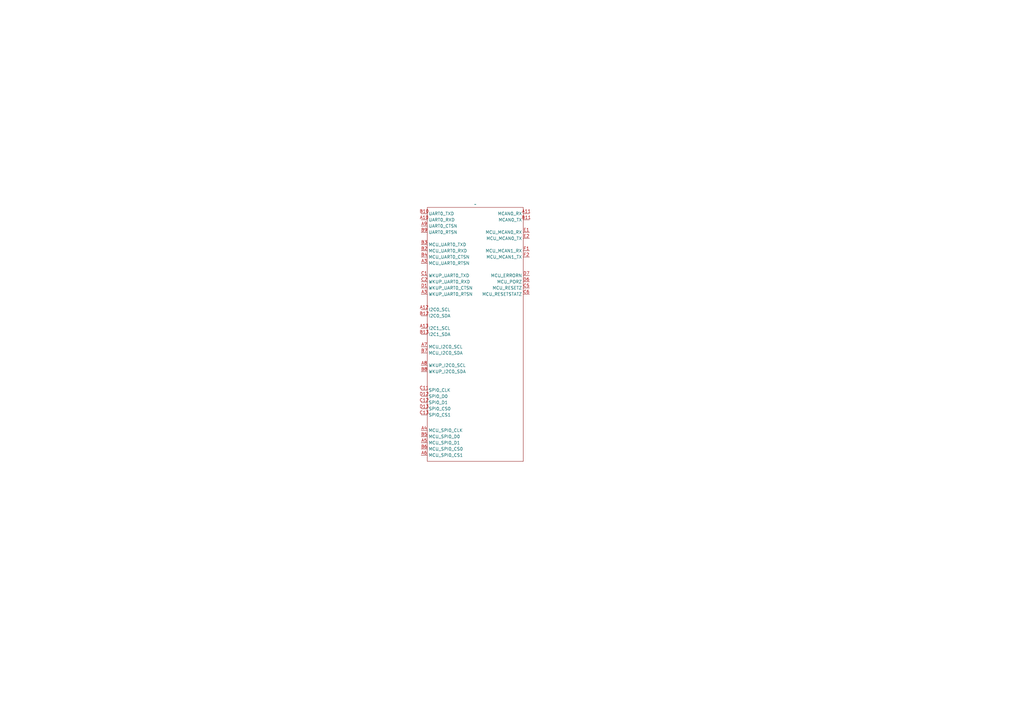
<source format=kicad_sch>
(kicad_sch (version 20250114) (generator "eeschema") (generator_version "9.0")
  (paper "A3")
  (lib_symbols
    (symbol "osd62x-pm_3"
      (symbol "osd62x-pm_3_1_1"
        (rectangle (start -20.32 -2.54) (end 19.05 -198.12))
        (pin power_in line (at -22.86 -5.08 0) (length 2.54) (name "VDD_CORE") (number "G13"))
        (pin power_in line (at -22.86 -7.62 0) (length 2.54) (name "VDD_CORE") (number "G14"))
        (pin power_in line (at -22.86 -10.16 0) (length 2.54) (name "VDD_CORE") (number "G15"))
        (pin power_in line (at -22.86 -12.7 0) (length 2.54) (name "VDD_CORE") (number "G16"))
        (pin power_in line (at -22.86 -15.24 0) (length 2.54) (name "VDD_CORE") (number "G16"))
        (pin power_in line (at -22.86 -17.78 0) (length 2.54) (name "VDD_CORE") (number "H12"))
        (pin power_in line (at -22.86 -20.32 0) (length 2.54) (name "VDD_CORE") (number "H13"))
        (pin power_in line (at -22.86 -22.86 0) (length 2.54) (name "VDD_CORE") (number "H14"))
        (pin power_in line (at -22.86 -25.4 0) (length 2.54) (name "VDD_CORE") (number "H15"))
        (pin power_in line (at -22.86 -27.94 0) (length 2.54) (name "VDD_CORE") (number "H16"))
        (pin power_in line (at -22.86 -30.48 0) (length 2.54) (name "VDD_CORE") (number "J12"))
        (pin power_in line (at -22.86 -33.02 0) (length 2.54) (name "VDD_CORE") (number "J13"))
        (pin power_in line (at -22.86 -35.56 0) (length 2.54) (name "VDD_CORE") (number "J16"))
        (pin power_in line (at -22.86 -38.1 0) (length 2.54) (name "VDD_CORE") (number "K12"))
        (pin power_in line (at -22.86 -40.64 0) (length 2.54) (name "VDD_CORE") (number "K13"))
        (pin power_in line (at -22.86 -43.18 0) (length 2.54) (name "VDD_CORE") (number "K16"))
        (pin power_in line (at -22.86 -45.72 0) (length 2.54) (name "VDD_CORE") (number "L13"))
        (pin power_in line (at -22.86 -48.26 0) (length 2.54) (name "VDD_CORE") (number "L14"))
        (pin power_in line (at -22.86 -50.8 0) (length 2.54) (name "VDD_CORE") (number "L15"))
        (pin power_in line (at -22.86 -55.88 0) (length 2.54) (name "VDDR_CORE") (number "H17"))
        (pin power_in line (at -22.86 -58.42 0) (length 2.54) (name "VDDR_CORE") (number "H18"))
        (pin power_in line (at -22.86 -60.96 0) (length 2.54) (name "VDDR_CORE") (number "J17"))
        (pin power_in line (at -22.86 -63.5 0) (length 2.54) (name "VDDR_CORE") (number "J18"))
        (pin power_in line (at -22.86 -66.04 0) (length 2.54) (name "VDDR_CORE") (number "K17"))
        (pin power_in line (at -22.86 -68.58 0) (length 2.54) (name "VDDR_CORE") (number "K18"))
        (pin power_in line (at -22.86 -71.12 0) (length 2.54) (name "VDDR_CORE") (number "L17"))
        (pin power_in line (at -22.86 -73.66 0) (length 2.54) (name "VDDR_CORE") (number "L18"))
        (pin power_in line (at -22.86 -78.74 0) (length 2.54) (name "DDR_VPP") (number "N10"))
        (pin power_in line (at -22.86 -85.09 0) (length 2.54) (name "VDDA_CORE_CSIRX0") (number "M13"))
        (pin power_in line (at -22.86 -88.9 0) (length 2.54) (name "VDDA_CORE_USB") (number "M12"))
        (pin power_in line (at -22.86 -92.71 0) (length 2.54) (name "VDD_CANUART") (number "G12"))
        (pin power_in line (at -22.86 -102.87 0) (length 2.54) (name "VDDA_1P8_OLDI0") (number "P11"))
        (pin power_in line (at -22.86 -105.41 0) (length 2.54) (name "VDDA_1P8_CSIRX0") (number "P13"))
        (pin power_in line (at -22.86 -107.95 0) (length 2.54) (name "VDDA_1P8_USB") (number "P12"))
        (pin power_in line (at -22.86 -110.49 0) (length 2.54) (name "VDDA_PLL0") (number "N13"))
        (pin power_in line (at -22.86 -113.03 0) (length 2.54) (name "VDDA_PLL1") (number "N14"))
        (pin power_in line (at -22.86 -115.57 0) (length 2.54) (name "VDDA_PLL2") (number "F14"))
        (pin power_in line (at -22.86 -118.11 0) (length 2.54) (name "VDDA_MCU") (number "F13"))
        (pin power_in line (at -22.86 -120.65 0) (length 2.54) (name "VDDA_TEMP") (number "N12"))
        (pin power_in line (at -22.86 -123.19 0) (length 2.54) (name "VDDA_OSC0") (number "D15"))
        (pin power_in line (at -22.86 -125.73 0) (length 2.54) (name "VDDA_3P3_USB") (number "N7"))
        (pin power_in line (at -22.86 -135.89 0) (length 2.54) (name "VPP") (number "C16"))
        (pin power_in line (at -22.86 -144.78 0) (length 2.54) (name "VMON_SYS") (number "A15"))
        (pin power_in line (at -22.86 -149.86 0) (length 2.54) (name "VMON_1P8_SOC") (number "C15"))
        (pin power_in line (at -22.86 -154.94 0) (length 2.54) (name "VMON_3P3_SOC") (number "B15"))
        (pin power_in line (at 21.59 -5.08 180) (length 2.54) (name "VDDS_DDR") (number "K10"))
        (pin power_in line (at 21.59 -7.62 180) (length 2.54) (name "VDDS_DDR") (number "K11"))
        (pin power_in line (at 21.59 -10.16 180) (length 2.54) (name "VDDS_DDR") (number "L9"))
        (pin power_in line (at 21.59 -12.7 180) (length 2.54) (name "VDDS_DDR") (number "L10"))
        (pin power_in line (at 21.59 -15.24 180) (length 2.54) (name "VDDS_DDR") (number "L11"))
        (pin power_in line (at 21.59 -17.78 180) (length 2.54) (name "VDDS_DDR") (number "M8"))
        (pin power_in line (at 21.59 -20.32 180) (length 2.54) (name "VDDS_DDR") (number "M9"))
        (pin power_in line (at 21.59 -22.86 180) (length 2.54) (name "VDDS_DDR") (number "M10"))
        (pin power_in line (at 21.59 -25.4 180) (length 2.54) (name "VDDS_DDR") (number "N8"))
        (pin power_in line (at 21.59 -27.94 180) (length 2.54) (name "VDDS_DDR") (number "N9"))
        (pin power_in line (at 21.59 -31.75 180) (length 2.54) (name "VDDSHV_CANUART") (number "F11"))
        (pin power_in line (at 21.59 -34.29 180) (length 2.54) (name "VDDSHV_CANUART") (number "G10"))
        (pin power_in line (at 21.59 -36.83 180) (length 2.54) (name "VDDSHV_MCU") (number "F12"))
        (pin power_in line (at 21.59 -39.37 180) (length 2.54) (name "VDDSHV_MCU") (number "G11"))
        (pin power_in line (at 21.59 -43.18 180) (length 2.54) (name "VDDSHV0") (number "J21"))
        (pin power_in line (at 21.59 -45.72 180) (length 2.54) (name "VDDSHV0") (number "J22"))
        (pin power_in line (at 21.59 -48.26 180) (length 2.54) (name "VDDSHV1") (number "K21"))
        (pin power_in line (at 21.59 -50.8 180) (length 2.54) (name "VDDSHV1") (number "K22"))
        (pin power_in line (at 21.59 -53.34 180) (length 2.54) (name "VDDSHV2") (number "M21"))
        (pin power_in line (at 21.59 -55.88 180) (length 2.54) (name "VDDSHV2") (number "M22"))
        (pin power_in line (at 21.59 -58.42 180) (length 2.54) (name "VDDSHV3") (number "L21"))
        (pin power_in line (at 21.59 -60.96 180) (length 2.54) (name "VDDSHV3") (number "L22"))
        (pin power_in line (at 21.59 -63.5 180) (length 2.54) (name "VDDSHV4") (number "N11"))
        (pin power_in line (at 21.59 -66.04 180) (length 2.54) (name "VDDSHV4") (number "P10"))
        (pin power_in line (at 21.59 -68.58 180) (length 2.54) (name "VDDSHV5") (number "G21"))
        (pin power_in line (at 21.59 -71.12 180) (length 2.54) (name "VDDSHV5") (number "G22"))
        (pin power_in line (at 21.59 -73.66 180) (length 2.54) (name "VDDSHV6") (number "H21"))
        (pin power_in line (at 21.59 -76.2 180) (length 2.54) (name "VDDSHV6") (number "H22"))
        (pin power_in line (at 21.59 -80.01 180) (length 2.54) (name "VSS") (number "A2"))
        (pin power_in line (at 21.59 -82.55 180) (length 2.54) (name "VSS") (number "A14"))
        (pin power_in line (at 21.59 -85.09 180) (length 2.54) (name "VSS") (number "A27"))
        (pin power_in line (at 21.59 -87.63 180) (length 2.54) (name "VSS") (number "B1"))
        (pin power_in line (at 21.59 -90.17 180) (length 2.54) (name "VSS") (number "B14"))
        (pin power_in line (at 21.59 -92.71 180) (length 2.54) (name "VSS") (number "B28"))
        (pin power_in line (at 21.59 -95.25 180) (length 2.54) (name "VSS") (number "C3"))
        (pin power_in line (at 21.59 -97.79 180) (length 2.54) (name "VSS") (number "C4"))
        (pin power_in line (at 21.59 -100.33 180) (length 2.54) (name "VSS") (number "C14"))
        (pin power_in line (at 21.59 -102.87 180) (length 2.54) (name "VSS") (number "D3"))
        (pin power_in line (at 21.59 -105.41 180) (length 2.54) (name "VSS") (number "D4"))
        (pin power_in line (at 21.59 -107.95 180) (length 2.54) (name "VSS") (number "D14"))
        (pin power_in line (at 21.59 -110.49 180) (length 2.54) (name "VSS") (number "E3"))
        (pin power_in line (at 21.59 -113.03 180) (length 2.54) (name "VSS") (number "E4"))
        (pin power_in line (at 21.59 -115.57 180) (length 2.54) (name "VSS") (number "E5"))
        (pin power_in line (at 21.59 -118.11 180) (length 2.54) (name "VSS") (number "E6"))
        (pin power_in line (at 21.59 -120.65 180) (length 2.54) (name "VSS") (number "E7"))
        (pin power_in line (at 21.59 -123.19 180) (length 2.54) (name "VSS") (number "E8"))
        (pin power_in line (at 21.59 -125.73 180) (length 2.54) (name "VSS") (number "E9"))
        (pin power_in line (at 21.59 -128.27 180) (length 2.54) (name "VSS") (number "E10"))
        (pin power_in line (at 21.59 -130.81 180) (length 2.54) (name "VSS") (number "E11"))
        (pin power_in line (at 21.59 -133.35 180) (length 2.54) (name "VSS") (number "E12"))
        (pin power_in line (at 21.59 -135.89 180) (length 2.54) (name "VSS") (number "E13"))
        (pin power_in line (at 21.59 -138.43 180) (length 2.54) (name "VSS") (number "E16"))
        (pin power_in line (at 21.59 -140.97 180) (length 2.54) (name "VSS") (number "E17"))
        (pin power_in line (at 21.59 -143.51 180) (length 2.54) (name "VSS") (number "E18"))
        (pin power_in line (at 21.59 -146.05 180) (length 2.54) (name "VSS") (number "E19"))
        (pin power_in line (at 21.59 -148.59 180) (length 2.54) (name "VSS") (number "E20"))
        (pin power_in line (at 21.59 -151.13 180) (length 2.54) (name "VSS") (number "E21"))
        (pin power_in line (at 21.59 -153.67 180) (length 2.54) (name "VSS") (number "E22"))
        (pin power_in line (at 21.59 -156.21 180) (length 2.54) (name "VSS") (number "E23"))
        (pin power_in line (at 21.59 -158.75 180) (length 2.54) (name "VSS") (number "E24"))
        (pin power_in line (at 21.59 -161.29 180) (length 2.54) (name "VSS") (number "F19"))
        (pin power_in line (at 21.59 -163.83 180) (length 2.54) (name "VSS") (number "F20"))
        (pin power_in line (at 21.59 -166.37 180) (length 2.54) (name "VSS") (number "F21"))
        (pin power_in line (at 21.59 -168.91 180) (length 2.54) (name "VSS") (number "F22"))
        (pin power_in line (at 21.59 -171.45 180) (length 2.54) (name "VSS") (number "F23"))
        (pin power_in line (at 21.59 -173.99 180) (length 2.54) (name "VSS") (number "F24"))
        (pin power_in line (at 21.59 -176.53 180) (length 2.54) (name "VSS") (number "G19"))
        (pin power_in line (at 21.59 -179.07 180) (length 2.54) (name "VSS") (number "G20"))
        (pin power_in line (at 21.59 -181.61 180) (length 2.54) (name "VSS") (number "G23"))
        (pin power_in line (at 21.59 -184.15 180) (length 2.54) (name "VSS") (number "G24"))
        (pin power_in line (at 21.59 -186.69 180) (length 2.54) (name "VSS") (number "H19"))
        (pin power_in line (at 21.59 -189.23 180) (length 2.54) (name "VSS") (number "H20"))
        (pin power_in line (at 21.59 -191.77 180) (length 2.54) (name "VSS") (number "H24"))
        (pin power_in line (at 21.59 -194.31 180) (length 2.54) (name "VSS") (number "J14"))
        (pin power_in line (at 21.59 -196.85 180) (length 2.54) (name "VSS") (number "J15"))
      )
      (symbol "osd62x-pm_3_2_1"
        (rectangle (start -19.05 -2.54) (end 20.32 -30.48))
        (pin input line (at -184.15 132.08 0) (length 2.54) (name "MCU_OSC0_XI") (number "G1"))
        (pin input line (at -21.59 -5.08 0) (length 2.54) (name "MCU_OSC0_XI") (number "G1"))
        (pin output line (at -21.59 -7.62 0) (length 2.54) (name "MCU_OCS0_XO") (number "G2"))
        (pin input line (at -21.59 -12.7 0) (length 2.54) (name "WKUP_LFOSC0_XI") (number "H1"))
        (pin output line (at -21.59 -15.24 0) (length 2.54) (name "WKUP_LFOSC0_XO") (number "H2"))
        (pin input line (at -21.59 -20.32 0) (length 2.54) (name "EXT_REFCLK1") (number "D16"))
        (pin output line (at -21.59 -22.86 0) (length 2.54) (name "WKUP_CLKOUT0") (number "C7"))
        (pin output line (at 22.86 -5.08 180) (length 2.54) (name "RESETSTATZ") (number "C18"))
        (pin output line (at 22.86 -8.89 180) (length 2.54) (name "PORZ_OUT") (number "D18"))
        (pin input line (at 22.86 -12.7 180) (length 2.54) (name "RESET_REQZ") (number "D17"))
        (pin input line (at 22.86 -16.51 180) (length 2.54) (name "MCU_PORZ") (number "D6"))
        (pin input line (at 22.86 -20.32 180) (length 2.54) (name "MCU_RESETZ") (number "D6"))
        (pin output line (at 22.86 -24.13 180) (length 2.54) (name "MCU_RESETSTATZ") (number "C6"))
      )
      (symbol "osd62x-pm_3_3_1"
        (rectangle (start -20.32 -2.54) (end 19.05 -55.88))
        (pin power_in line (at -22.86 -5.08 0) (length 2.54) (name "DDR_VPP") (number "N10"))
        (pin no_connect line (at -22.86 -8.89 0) (length 2.54) (name "DDR_RSVD0") (number "F10"))
        (pin bidirectional line (at -22.86 -15.24 0) (length 2.54) (name "GPMC0_AD0") (number "G28"))
        (pin bidirectional line (at -22.86 -17.78 0) (length 2.54) (name "GPMC0_AD1") (number "G27"))
        (pin bidirectional line (at -22.86 -20.32 0) (length 2.54) (name "GPMC0_AD2") (number "F28"))
        (pin bidirectional line (at -22.86 -22.86 0) (length 2.54) (name "GPMC0_AD3") (number "F27"))
        (pin bidirectional line (at -22.86 -25.4 0) (length 2.54) (name "GPMC0_AD4") (number "E28"))
        (pin bidirectional line (at -22.86 -27.94 0) (length 2.54) (name "GPMC0_AD5") (number "E27"))
        (pin bidirectional line (at -22.86 -30.48 0) (length 2.54) (name "GPMC0_AD6") (number "D28"))
        (pin bidirectional line (at -22.86 -33.02 0) (length 2.54) (name "GPMC0_AD7") (number "D27"))
        (pin bidirectional line (at -22.86 -35.56 0) (length 2.54) (name "GPMC0_AD8") (number "L27"))
        (pin bidirectional line (at -22.86 -38.1 0) (length 2.54) (name "GPMC0_AD9") (number "L28"))
        (pin bidirectional line (at -22.86 -40.64 0) (length 2.54) (name "GPMC0_AD10") (number "K27"))
        (pin bidirectional line (at -22.86 -43.18 0) (length 2.54) (name "GPMC0_AD11") (number "K28"))
        (pin bidirectional line (at -22.86 -45.72 0) (length 2.54) (name "GPMC0_AD12") (number "J28"))
        (pin bidirectional line (at -22.86 -48.26 0) (length 2.54) (name "GPMC0_AD13") (number "J27"))
        (pin bidirectional line (at -22.86 -50.8 0) (length 2.54) (name "GPMC0_AD14") (number "H28"))
        (pin bidirectional line (at -22.86 -53.34 0) (length 2.54) (name "GPMC0_AD15") (number "H27"))
        (pin output line (at 21.59 -5.08 180) (length 2.54) (name "GPMC0_ADVN_ALE") (number "H25"))
        (pin output line (at 21.59 -7.62 180) (length 2.54) (name "GPMC0_OEN_REN") (number "H26"))
        (pin output line (at 21.59 -10.16 180) (length 2.54) (name "GPMC0_WEN") (number "J25"))
        (pin output line (at 21.59 -12.7 180) (length 2.54) (name "GPMC0_BE0N_CLE") (number "J26"))
        (pin output line (at 21.59 -15.24 180) (length 2.54) (name "GPMC0_BE1N") (number "K25"))
        (pin output line (at 21.59 -17.78 180) (length 2.54) (name "GPMC0_CSN0") (number "F26"))
        (pin output line (at 21.59 -20.32 180) (length 2.54) (name "GPMC0_CSN1") (number "F25"))
        (pin output line (at 21.59 -22.86 180) (length 2.54) (name "GPMC0_CSN2") (number "E26"))
        (pin output line (at 21.59 -25.4 180) (length 2.54) (name "GPMC0_CSN3") (number "E25"))
        (pin output line (at 21.59 -27.94 180) (length 2.54) (name "GPMC0_WAIT0") (number "L25"))
        (pin output line (at 21.59 -30.48 180) (length 2.54) (name "GPMC0_WAIT1") (number "L26"))
        (pin output line (at 21.59 -33.02 180) (length 2.54) (name "GPMC0_CLK") (number "K26"))
        (pin output line (at 21.59 -35.56 180) (length 2.54) (name "GPMC0_DIR") (number "G25"))
        (pin output line (at 21.59 -38.1 180) (length 2.54) (name "GPMC0_WPN") (number "G26"))
      )
      (symbol "osd62x-pm_3_4_1"
        (rectangle (start -20.32 -2.54) (end 19.05 -106.68))
        (pin output line (at -22.86 -5.08 0) (length 2.54) (name "UART0_TXD") (number "B10"))
        (pin input line (at -22.86 -7.62 0) (length 2.54) (name "UART0_RXD") (number "A10"))
        (pin input line (at -22.86 -10.16 0) (length 2.54) (name "UART0_CTSN") (number "A9"))
        (pin output line (at -22.86 -12.7 0) (length 2.54) (name "UART0_RTSN") (number "B9"))
        (pin output line (at -22.86 -17.78 0) (length 2.54) (name "MCU_UART0_TXD") (number "B3"))
        (pin input line (at -22.86 -20.32 0) (length 2.54) (name "MCU_UART0_RXD") (number "B2"))
        (pin input line (at -22.86 -22.86 0) (length 2.54) (name "MCU_UART0_CTSN") (number "B4"))
        (pin output line (at -22.86 -25.4 0) (length 2.54) (name "MCU_UART0_RTSN") (number "A3"))
        (pin output line (at -22.86 -30.48 0) (length 2.54) (name "WKUP_UART0_TXD") (number "C1"))
        (pin input line (at -22.86 -33.02 0) (length 2.54) (name "WKUP_UART0_RXD") (number "C2"))
        (pin input line (at -22.86 -35.56 0) (length 2.54) (name "WKUP_UART0_CTSN") (number "D1"))
        (pin output line (at -22.86 -38.1 0) (length 2.54) (name "WKUP_UART0_RTSN") (number "A3"))
        (pin bidirectional line (at -22.86 -44.45 0) (length 2.54) (name "I2C0_SCL") (number "A12"))
        (pin bidirectional line (at -22.86 -46.99 0) (length 2.54) (name "I2C0_SDA") (number "B12"))
        (pin bidirectional line (at -22.86 -52.07 0) (length 2.54) (name "I2C1_SCL") (number "A13"))
        (pin bidirectional line (at -22.86 -54.61 0) (length 2.54) (name "I2C1_SDA") (number "B13"))
        (pin bidirectional line (at -22.86 -59.69 0) (length 2.54) (name "MCU_I2C0_SCL") (number "A7"))
        (pin bidirectional line (at -22.86 -62.23 0) (length 2.54) (name "MCU_I2C0_SDA") (number "B7"))
        (pin bidirectional line (at -22.86 -67.31 0) (length 2.54) (name "WKUP_I2C0_SCL") (number "A8"))
        (pin bidirectional line (at -22.86 -69.85 0) (length 2.54) (name "WKUP_I2C0_SDA") (number "B8"))
        (pin input line (at -22.86 -77.47 0) (length 2.54) (name "SPI0_CLK") (number "C11"))
        (pin bidirectional line (at -22.86 -80.01 0) (length 2.54) (name "SPI0_D0") (number "D12"))
        (pin bidirectional line (at -22.86 -82.55 0) (length 2.54) (name "SPI0_D1") (number "C12"))
        (pin output line (at -22.86 -85.09 0) (length 2.54) (name "SPI0_CS0") (number "D13"))
        (pin output line (at -22.86 -87.63 0) (length 2.54) (name "SPI0_CS1") (number "C13"))
        (pin input line (at -22.86 -93.98 0) (length 2.54) (name "MCU_SPI0_CLK") (number "A4"))
        (pin bidirectional line (at -22.86 -96.52 0) (length 2.54) (name "MCU_SPI0_D0") (number "B5"))
        (pin bidirectional line (at -22.86 -99.06 0) (length 2.54) (name "MCU_SPI0_D1") (number "A5"))
        (pin output line (at -22.86 -101.6 0) (length 2.54) (name "MCU_SPI0_CS0") (number "B6"))
        (pin output line (at -22.86 -104.14 0) (length 2.54) (name "MCU_SPI0_CS1") (number "A6"))
        (pin input line (at 21.59 -5.08 180) (length 2.54) (name "MCAN0_RX") (number "A11"))
        (pin output line (at 21.59 -7.62 180) (length 2.54) (name "MCAN0_TX") (number "B11"))
        (pin input line (at 21.59 -12.7 180) (length 2.54) (name "MCU_MCAN0_RX") (number "E1"))
        (pin output line (at 21.59 -15.24 180) (length 2.54) (name "MCU_MCAN0_TX") (number "E2"))
        (pin input line (at 21.59 -20.32 180) (length 2.54) (name "MCU_MCAN1_RX") (number "F1"))
        (pin output line (at 21.59 -22.86 180) (length 2.54) (name "MCU_MCAN1_TX") (number "F2"))
        (pin output line (at 21.59 -30.48 180) (length 2.54) (name "MCU_ERRORN") (number "D7"))
        (pin input line (at 21.59 -33.02 180) (length 2.54) (name "MCU_PORZ") (number "D6"))
        (pin input line (at 21.59 -35.56 180) (length 2.54) (name "MCU_RESETZ") (number "C5"))
        (pin output line (at 21.59 -38.1 180) (length 2.54) (name "MCU_RESETSTATZ") (number "C6"))
      )
      (symbol "osd62x-pm_3_5_1"
        (rectangle (start -20.32 -2.54) (end 19.05 -198.12))
      )
    )
  )
  (symbol (lib_name "osd62x-pm_3") (lib_id "octavo_Library:osd62x-pm") (at 195.58 82.55 0) (unit 4)
    (property "Reference" "U1" (effects (hide yes)))
    (property "Value" "~" (at 194.945 83.82 0))
  )
)
</source>
